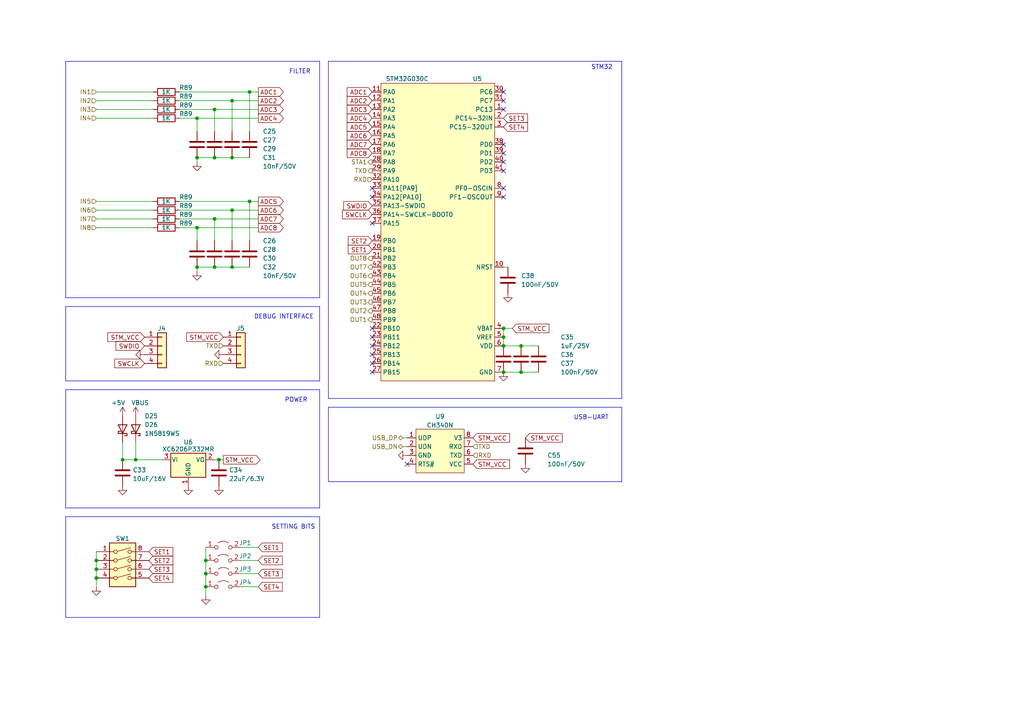
<source format=kicad_sch>
(kicad_sch (version 20230121) (generator eeschema)
  (paper "A4")
  (lib_symbols
    (symbol "Connector_Generic:Conn_01x04" (pin_names (offset 1.016) hide)
      (property "Reference" "J" (at 0 5.08 0))
      (property "Value" "Conn_01x04" (at 0 -7.62 0))
      (symbol "Conn_01x04_1_1"
        (rectangle (start -1.27 -4.953) (end 0 -5.207) (stroke (width 0.1524)))
        (rectangle (start -1.27 -2.413) (end 0 -2.667) (stroke (width 0.1524)))
        (rectangle (start -1.27 0.127) (end 0 -0.127) (stroke (width 0.1524)))
        (rectangle (start -1.27 2.667) (end 0 2.413) (stroke (width 0.1524)))
        (rectangle (start -1.27 3.81) (end 1.27 -6.35) (stroke (width 0.254)) (fill (type background)))
        (pin passive line (at -5.08 2.54 0) (length 3.81) (name "Pin_1") (number "1"))
        (pin passive line (at -5.08 0 0) (length 3.81) (name "Pin_2") (number "2"))
        (pin passive line (at -5.08 -2.54 0) (length 3.81) (name "Pin_3") (number "3"))
        (pin passive line (at -5.08 -5.08 0) (length 3.81) (name "Pin_4") (number "4"))
      )
    )
    (symbol "Device:C" (pin_numbers hide) (pin_names (offset 0.254))
      (property "Reference" "C" (at 0.635 2.54 0))
      (property "Value" "C" (at 0.635 -2.54 0))
      (symbol "C_0_1"
        (polyline (pts (xy -2.032 -0.762) (xy 2.032 -0.762)) (stroke (width 0.508)))
        (polyline (pts (xy -2.032 0.762) (xy 2.032 0.762)) (stroke (width 0.508)))
      )
      (symbol "C_1_1"
        (pin passive line (at 0 3.81 270) (length 2.794) (name "~") (number "1"))
        (pin passive line (at 0 -3.81 90) (length 2.794) (name "~") (number "2"))
      )
    )
    (symbol "Device:R" (pin_numbers hide) (pin_names (offset 0))
      (property "Reference" "R" (at 2.032 0 90))
      (property "Value" "R" (at 0 0 90))
      (symbol "R_0_1"
        (rectangle (start -1.016 -2.54) (end 1.016 2.54) (stroke (width 0.254)))
      )
      (symbol "R_1_1"
        (pin passive line (at 0 3.81 270) (length 1.27) (name "~") (number "1"))
        (pin passive line (at 0 -3.81 90) (length 1.27) (name "~") (number "2"))
      )
    )
    (symbol "Diode:1N5819" (pin_numbers hide) (pin_names (offset 1.016) hide)
      (property "Reference" "D" (at 0 2.54 0))
      (property "Value" "1N5819" (at 0 -2.54 0))
      (symbol "1N5819_0_1"
        (polyline (pts (xy 1.27 0) (xy -1.27 0)))
        (polyline (pts (xy 1.27 1.27) (xy 1.27 -1.27) (xy -1.27 0) (xy 1.27 1.27)) (stroke (width 0.254)))
        (polyline (pts (xy -1.905 0.635) (xy -1.905 1.27) (xy -1.27 1.27) (xy -1.27 -1.27) (xy -0.635 -1.27) (xy -0.635 -0.635)) (stroke (width 0.254)))
      )
      (symbol "1N5819_1_1"
        (pin passive line (at -3.81 0 0) (length 2.54) (name "K") (number "1"))
        (pin passive line (at 3.81 0 180) (length 2.54) (name "A") (number "2"))
      )
    )
    (symbol "Jumper:Jumper_2_Open" (pin_names (offset 0) hide)
      (property "Reference" "JP" (at 0 2.794 0))
      (property "Value" "Jumper_2_Open" (at 0 -2.286 0))
      (symbol "Jumper_2_Open_0_0"
        (circle (center -2.032 0) (radius 0.508))
        (circle (center 2.032 0) (radius 0.508))
      )
      (symbol "Jumper_2_Open_0_1"
        (arc (start 1.524 1.27) (mid 0 1.778) (end -1.524 1.27))
      )
      (symbol "Jumper_2_Open_1_1"
        (pin passive line (at -5.08 0 0) (length 2.54) (name "A") (number "1"))
        (pin passive line (at 5.08 0 180) (length 2.54) (name "B") (number "2"))
      )
    )
    (symbol "NewLib:CH340N"
      (property "Reference" "U" (at 15.24 3.81 0))
      (property "Value" "CH340N" (at 6.35 3.81 0))
      (symbol "CH340N_0_1"
        (rectangle (start 2.54 -10.16) (end 16.51 2.54) (stroke (width 0.1524)) (fill (type background)))
      )
      (symbol "CH340N_1_1"
        (pin passive line (at 0 0 0) (length 2.54) (name "UDP") (number "1"))
        (pin passive line (at 0 -2.54 0) (length 2.54) (name "UDN") (number "2"))
        (pin passive line (at 0 -5.08 0) (length 2.54) (name "GND") (number "3"))
        (pin passive line (at 0 -7.62 0) (length 2.54) (name "RTS#") (number "4"))
        (pin passive line (at 19.05 -7.62 180) (length 2.54) (name "VCC") (number "5"))
        (pin passive line (at 19.05 -5.08 180) (length 2.54) (name "TXD") (number "6"))
        (pin passive line (at 19.05 -2.54 180) (length 2.54) (name "RXD") (number "7"))
        (pin passive line (at 19.05 0 180) (length 2.54) (name "V3") (number "8"))
      )
    )
    (symbol "NewLib:STM32G030C"
      (property "Reference" "U" (at 33.02 3.81 0))
      (property "Value" "STM32G030C" (at 8.89 3.81 0))
      (symbol "STM32G030C_0_1"
        (rectangle (start 2.54 2.54) (end 35.56 -83.82) (stroke (width 0.1524)) (fill (type background)))
      )
      (symbol "STM32G030C_1_1"
        (pin passive line (at 38.1 -5.08 180) (length 2.54) (name "PC13") (number "1"))
        (pin passive line (at 38.1 -50.8 180) (length 2.54) (name "NRST") (number "10"))
        (pin passive line (at 0 0 0) (length 2.54) (name "PA0") (number "11"))
        (pin passive line (at 0 -2.54 0) (length 2.54) (name "PA1") (number "12"))
        (pin passive line (at 0 -5.08 0) (length 2.54) (name "PA2") (number "13"))
        (pin passive line (at 0 -7.62 0) (length 2.54) (name "PA3") (number "14"))
        (pin passive line (at 0 -10.16 0) (length 2.54) (name "PA4") (number "15"))
        (pin passive line (at 0 -12.7 0) (length 2.54) (name "PA5") (number "16"))
        (pin passive line (at 0 -15.24 0) (length 2.54) (name "PA6") (number "17"))
        (pin passive line (at 0 -17.78 0) (length 2.54) (name "PA7") (number "18"))
        (pin passive line (at 0 -43.18 0) (length 2.54) (name "PB0") (number "19"))
        (pin passive line (at 38.1 -7.62 180) (length 2.54) (name "PC14-32IN") (number "2"))
        (pin passive line (at 0 -45.72 0) (length 2.54) (name "PB1") (number "20"))
        (pin passive line (at 0 -48.26 0) (length 2.54) (name "PB2") (number "21"))
        (pin passive line (at 0 -68.58 0) (length 2.54) (name "PB10") (number "22"))
        (pin passive line (at 0 -71.12 0) (length 2.54) (name "PB11") (number "23"))
        (pin passive line (at 0 -73.66 0) (length 2.54) (name "PB12") (number "24"))
        (pin passive line (at 0 -76.2 0) (length 2.54) (name "PB13") (number "25"))
        (pin passive line (at 0 -78.74 0) (length 2.54) (name "PB14") (number "26"))
        (pin passive line (at 0 -81.28 0) (length 2.54) (name "PB15") (number "27"))
        (pin passive line (at 0 -20.32 0) (length 2.54) (name "PA8") (number "28"))
        (pin passive line (at 0 -22.86 0) (length 2.54) (name "PA9") (number "29"))
        (pin passive line (at 38.1 -10.16 180) (length 2.54) (name "PC15-32OUT") (number "3"))
        (pin passive line (at 38.1 0 180) (length 2.54) (name "PC6") (number "30"))
        (pin passive line (at 38.1 -2.54 180) (length 2.54) (name "PC7") (number "31"))
        (pin passive line (at 0 -25.4 0) (length 2.54) (name "PA10") (number "32"))
        (pin passive line (at 0 -27.94 0) (length 2.54) (name "PA11[PA9]") (number "33"))
        (pin passive line (at 0 -30.48 0) (length 2.54) (name "PA12[PA10]") (number "34"))
        (pin passive line (at 0 -33.02 0) (length 2.54) (name "PA13-SWDIO") (number "35"))
        (pin passive line (at 0 -35.56 0) (length 2.54) (name "PA14-SWCLK-BOOT0") (number "36"))
        (pin passive line (at 0 -38.1 0) (length 2.54) (name "PA15") (number "37"))
        (pin passive line (at 38.1 -15.24 180) (length 2.54) (name "PD0") (number "38"))
        (pin passive line (at 38.1 -17.78 180) (length 2.54) (name "PD1") (number "39"))
        (pin passive line (at 38.1 -68.58 180) (length 2.54) (name "VBAT") (number "4"))
        (pin passive line (at 38.1 -20.32 180) (length 2.54) (name "PD2") (number "40"))
        (pin passive line (at 38.1 -22.86 180) (length 2.54) (name "PD3") (number "41"))
        (pin passive line (at 0 -50.8 0) (length 2.54) (name "PB3") (number "42"))
        (pin passive line (at 0 -53.34 0) (length 2.54) (name "PB4") (number "43"))
        (pin passive line (at 0 -55.88 0) (length 2.54) (name "PB5") (number "44"))
        (pin passive line (at 0 -58.42 0) (length 2.54) (name "PB6") (number "45"))
        (pin passive line (at 0 -60.96 0) (length 2.54) (name "PB7") (number "46"))
        (pin passive line (at 0 -63.5 0) (length 2.54) (name "PB8") (number "47"))
        (pin passive line (at 0 -66.04 0) (length 2.54) (name "PB9") (number "48"))
        (pin passive line (at 38.1 -71.12 180) (length 2.54) (name "VREF") (number "5"))
        (pin passive line (at 38.1 -73.66 180) (length 2.54) (name "VDD") (number "6"))
        (pin passive line (at 38.1 -81.28 180) (length 2.54) (name "GND") (number "7"))
        (pin passive line (at 38.1 -27.94 180) (length 2.54) (name "PF0-OSCIN") (number "8"))
        (pin passive line (at 38.1 -30.48 180) (length 2.54) (name "PF1-OSCOUT") (number "9"))
      )
    )
    (symbol "Regulator_Linear:XC6206PxxxMR" (pin_names (offset 0.254))
      (property "Reference" "U" (at -3.81 3.175 0))
      (property "Value" "XC6206PxxxMR" (at 0 3.175 0))
      (symbol "XC6206PxxxMR_0_1"
        (rectangle (start -5.08 1.905) (end 5.08 -5.08) (stroke (width 0.254)) (fill (type background)))
      )
      (symbol "XC6206PxxxMR_1_1"
        (pin power_in line (at 0 -7.62 90) (length 2.54) (name "GND") (number "1"))
        (pin power_out line (at 7.62 0 180) (length 2.54) (name "VO") (number "2"))
        (pin power_in line (at -7.62 0 0) (length 2.54) (name "VI") (number "3"))
      )
    )
    (symbol "Switch:SW_DIP_x04" (pin_names (offset 0) hide)
      (property "Reference" "SW" (at 0 8.89 0))
      (property "Value" "SW_DIP_x04" (at 0 -6.35 0))
      (symbol "SW_DIP_x04_0_0"
        (circle (center -2.032 -2.54) (radius 0.508))
        (circle (center -2.032 0) (radius 0.508))
        (circle (center -2.032 2.54) (radius 0.508))
        (circle (center -2.032 5.08) (radius 0.508))
        (polyline (pts (xy -1.524 -2.3876) (xy 2.3622 -1.3462)))
        (polyline (pts (xy -1.524 0.127) (xy 2.3622 1.1684)))
        (polyline (pts (xy -1.524 2.667) (xy 2.3622 3.7084)))
        (polyline (pts (xy -1.524 5.207) (xy 2.3622 6.2484)))
        (circle (center 2.032 -2.54) (radius 0.508))
        (circle (center 2.032 0) (radius 0.508))
        (circle (center 2.032 2.54) (radius 0.508))
        (circle (center 2.032 5.08) (radius 0.508))
      )
      (symbol "SW_DIP_x04_0_1"
        (rectangle (start -3.81 7.62) (end 3.81 -5.08) (stroke (width 0.254)) (fill (type background)))
      )
      (symbol "SW_DIP_x04_1_1"
        (pin passive line (at -7.62 5.08 0) (length 5.08) (name "~") (number "1"))
        (pin passive line (at -7.62 2.54 0) (length 5.08) (name "~") (number "2"))
        (pin passive line (at -7.62 0 0) (length 5.08) (name "~") (number "3"))
        (pin passive line (at -7.62 -2.54 0) (length 5.08) (name "~") (number "4"))
        (pin passive line (at 7.62 -2.54 180) (length 5.08) (name "~") (number "5"))
        (pin passive line (at 7.62 0 180) (length 5.08) (name "~") (number "6"))
        (pin passive line (at 7.62 2.54 180) (length 5.08) (name "~") (number "7"))
        (pin passive line (at 7.62 5.08 180) (length 5.08) (name "~") (number "8"))
      )
    )
    (symbol "power:+5V" (power) (pin_names (offset 0))
      (property "Value" "+5V" (at 0 3.556 0))
      (symbol "+5V_0_1"
        (polyline (pts (xy -0.762 1.27) (xy 0 2.54)))
        (polyline (pts (xy 0 0) (xy 0 2.54)))
        (polyline (pts (xy 0 2.54) (xy 0.762 1.27)))
      )
      (symbol "+5V_1_1"
        (pin power_in line (at 0 0 90) (length 0) hide (name "+5V") (number "1"))
      )
    )
    (symbol "power:GND" (power) (pin_names (offset 0))
      (property "Value" "GND" (at 0 -3.81 0))
      (symbol "GND_0_1"
        (polyline (pts (xy 0 0) (xy 0 -1.27) (xy 1.27 -1.27) (xy 0 -2.54) (xy -1.27 -1.27) (xy 0 -1.27)))
      )
      (symbol "GND_1_1"
        (pin power_in line (at 0 0 270) (length 0) hide (name "GND") (number "1"))
      )
    )
    (symbol "power:VBUS" (power) (pin_names (offset 0))
      (property "Value" "VBUS" (at 0 3.81 0))
      (symbol "VBUS_0_1"
        (polyline (pts (xy -0.762 1.27) (xy 0 2.54)))
        (polyline (pts (xy 0 0) (xy 0 2.54)))
        (polyline (pts (xy 0 2.54) (xy 0.762 1.27)))
      )
      (symbol "VBUS_1_1"
        (pin power_in line (at 0 0 90) (length 0) hide (name "VBUS") (number "1"))
      )
    )
  )
  (junction (at 151.13 107.95))
  (junction (at 63.5 133.35))
  (junction (at 27.94 167.64))
  (junction (at 67.31 45.72))
  (junction (at 146.05 107.95))
  (junction (at 57.15 34.29))
  (junction (at 57.15 66.04))
  (junction (at 67.31 29.21))
  (junction (at 59.69 166.37))
  (junction (at 72.39 26.67))
  (junction (at 146.05 100.33))
  (junction (at 27.94 165.1))
  (junction (at 72.39 58.42))
  (junction (at 62.23 31.75))
  (junction (at 146.05 95.25))
  (junction (at 62.23 63.5))
  (junction (at 62.23 45.72))
  (junction (at 59.69 170.18))
  (junction (at 39.37 133.35))
  (junction (at 67.31 60.96))
  (junction (at 67.31 77.47))
  (junction (at 27.94 162.56))
  (junction (at 62.23 77.47))
  (junction (at 35.56 133.35))
  (junction (at 57.15 77.47))
  (junction (at 146.05 97.79))
  (junction (at 59.69 162.56))
  (junction (at 151.13 100.33))
  (junction (at 57.15 45.72))
  (no_connect (at 118.11 134.62))
  (no_connect (at 107.95 95.25))
  (no_connect (at 107.95 97.79))
  (no_connect (at 107.95 100.33))
  (no_connect (at 107.95 102.87))
  (no_connect (at 107.95 107.95))
  (no_connect (at 107.95 105.41))
  (no_connect (at 107.95 57.15))
  (no_connect (at 107.95 64.77))
  (no_connect (at 146.05 57.15))
  (no_connect (at 146.05 44.45))
  (no_connect (at 146.05 41.91))
  (no_connect (at 107.95 54.61))
  (no_connect (at 146.05 26.67))
  (no_connect (at 146.05 29.21))
  (no_connect (at 146.05 31.75))
  (no_connect (at 146.05 54.61))
  (no_connect (at 146.05 46.99))
  (no_connect (at 146.05 49.53))
  (polyline (pts (xy 92.71 149.86) (xy 92.71 179.07)))
  (wire (pts (xy 62.23 45.72) (xy 67.31 45.72)))
  (wire (pts (xy 72.39 58.42) (xy 74.93 58.42)))
  (wire (pts (xy 52.07 58.42) (xy 72.39 58.42)))
  (polyline (pts (xy 19.05 113.03) (xy 19.05 147.32)))
  (wire (pts (xy 57.15 34.29) (xy 57.15 38.1)))
  (wire (pts (xy 27.94 31.75) (xy 44.45 31.75)))
  (wire (pts (xy 62.23 38.1) (xy 62.23 31.75)))
  (wire (pts (xy 27.94 63.5) (xy 44.45 63.5)))
  (wire (pts (xy 67.31 29.21) (xy 74.93 29.21)))
  (wire (pts (xy 52.07 29.21) (xy 67.31 29.21)))
  (wire (pts (xy 59.69 158.75) (xy 59.69 162.56)))
  (wire (pts (xy 74.93 162.56) (xy 69.85 162.56)))
  (wire (pts (xy 27.94 162.56) (xy 27.94 165.1)))
  (wire (pts (xy 59.69 162.56) (xy 59.69 166.37)))
  (polyline (pts (xy 92.71 86.36) (xy 92.71 17.78)))
  (wire (pts (xy 146.05 107.95) (xy 151.13 107.95)))
  (wire (pts (xy 57.15 77.47) (xy 62.23 77.47)))
  (wire (pts (xy 27.94 29.21) (xy 44.45 29.21)))
  (wire (pts (xy 74.93 170.18) (xy 69.85 170.18)))
  (wire (pts (xy 52.07 66.04) (xy 57.15 66.04)))
  (wire (pts (xy 52.07 26.67) (xy 72.39 26.67)))
  (wire (pts (xy 147.32 77.47) (xy 146.05 77.47)))
  (wire (pts (xy 151.13 100.33) (xy 156.21 100.33)))
  (polyline (pts (xy 95.25 139.7) (xy 95.25 118.11)))
  (wire (pts (xy 52.07 31.75) (xy 62.23 31.75)))
  (polyline (pts (xy 92.71 147.32) (xy 92.71 113.03)))
  (wire (pts (xy 35.56 133.35) (xy 39.37 133.35)))
  (wire (pts (xy 52.07 60.96) (xy 67.31 60.96)))
  (polyline (pts (xy 19.05 149.86) (xy 92.71 149.86)))
  (wire (pts (xy 39.37 128.27) (xy 39.37 133.35)))
  (wire (pts (xy 62.23 63.5) (xy 74.93 63.5)))
  (polyline (pts (xy 95.25 118.11) (xy 180.34 118.11)))
  (wire (pts (xy 74.93 166.37) (xy 69.85 166.37)))
  (polyline (pts (xy 19.05 110.49) (xy 92.71 110.49)))
  (polyline (pts (xy 19.05 113.03) (xy 92.71 113.03)))
  (wire (pts (xy 59.69 170.18) (xy 59.69 172.72)))
  (polyline (pts (xy 19.05 86.36) (xy 92.71 86.36)))
  (wire (pts (xy 151.13 107.95) (xy 156.21 107.95)))
  (wire (pts (xy 57.15 45.72) (xy 62.23 45.72)))
  (polyline (pts (xy 95.25 115.57) (xy 180.34 115.57)))
  (wire (pts (xy 62.23 77.47) (xy 67.31 77.47)))
  (wire (pts (xy 27.94 165.1) (xy 27.94 167.64)))
  (wire (pts (xy 116.84 127) (xy 118.11 127)))
  (wire (pts (xy 67.31 77.47) (xy 72.39 77.47)))
  (wire (pts (xy 67.31 60.96) (xy 74.93 60.96)))
  (polyline (pts (xy 92.71 110.49) (xy 92.71 88.9)))
  (polyline (pts (xy 19.05 147.32) (xy 92.71 147.32)))
  (wire (pts (xy 57.15 78.74) (xy 57.15 77.47)))
  (wire (pts (xy 52.07 34.29) (xy 57.15 34.29)))
  (wire (pts (xy 146.05 95.25) (xy 148.59 95.25)))
  (wire (pts (xy 27.94 66.04) (xy 44.45 66.04)))
  (wire (pts (xy 62.23 31.75) (xy 74.93 31.75)))
  (wire (pts (xy 146.05 95.25) (xy 146.05 97.79)))
  (polyline (pts (xy 95.25 17.78) (xy 95.25 115.57)))
  (wire (pts (xy 27.94 26.67) (xy 44.45 26.67)))
  (wire (pts (xy 27.94 34.29) (xy 44.45 34.29)))
  (polyline (pts (xy 19.05 88.9) (xy 92.71 88.9)))
  (polyline (pts (xy 92.71 179.07) (xy 19.05 179.07)))
  (wire (pts (xy 27.94 60.96) (xy 44.45 60.96)))
  (wire (pts (xy 67.31 60.96) (xy 67.31 69.85)))
  (wire (pts (xy 67.31 29.21) (xy 67.31 38.1)))
  (polyline (pts (xy 19.05 17.78) (xy 19.05 86.36)))
  (wire (pts (xy 27.94 58.42) (xy 44.45 58.42)))
  (wire (pts (xy 62.23 69.85) (xy 62.23 63.5)))
  (wire (pts (xy 146.05 97.79) (xy 146.05 100.33)))
  (wire (pts (xy 146.05 100.33) (xy 151.13 100.33)))
  (wire (pts (xy 57.15 34.29) (xy 74.93 34.29)))
  (wire (pts (xy 57.15 66.04) (xy 74.93 66.04)))
  (wire (pts (xy 62.23 133.35) (xy 63.5 133.35)))
  (wire (pts (xy 72.39 26.67) (xy 72.39 38.1)))
  (wire (pts (xy 116.84 129.54) (xy 118.11 129.54)))
  (wire (pts (xy 72.39 58.42) (xy 72.39 69.85)))
  (polyline (pts (xy 92.71 17.78) (xy 19.05 17.78)))
  (polyline (pts (xy 19.05 149.86) (xy 19.05 179.07)))
  (polyline (pts (xy 180.34 118.11) (xy 180.34 139.7)))
  (wire (pts (xy 27.94 160.02) (xy 27.94 162.56)))
  (wire (pts (xy 72.39 26.67) (xy 74.93 26.67)))
  (polyline (pts (xy 19.05 88.9) (xy 19.05 110.49)))
  (polyline (pts (xy 180.34 17.78) (xy 95.25 17.78)))
  (polyline (pts (xy 180.34 139.7) (xy 95.25 139.7)))
  (wire (pts (xy 35.56 128.27) (xy 35.56 133.35)))
  (wire (pts (xy 57.15 46.99) (xy 57.15 45.72)))
  (wire (pts (xy 52.07 63.5) (xy 62.23 63.5)))
  (wire (pts (xy 63.5 133.35) (xy 64.77 133.35)))
  (wire (pts (xy 57.15 66.04) (xy 57.15 69.85)))
  (polyline (pts (xy 180.34 115.57) (xy 180.34 17.78)))
  (wire (pts (xy 39.37 133.35) (xy 46.99 133.35)))
  (wire (pts (xy 27.94 167.64) (xy 27.94 170.18)))
  (wire (pts (xy 59.69 166.37) (xy 59.69 170.18)))
  (wire (pts (xy 67.31 45.72) (xy 72.39 45.72)))
  (wire (pts (xy 74.93 158.75) (xy 69.85 158.75)))
  (text "USB-UART" (at 166.37 121.92 0) (effects (font (size 1.27 1.27)) (justify left bottom)))
  (text "FILTER" (at 83.82 21.59 0) (effects (font (size 1.27 1.27)) (justify left bottom)))
  (text "SETTING BITS" (at 78.74 153.67 0) (effects (font (size 1.27 1.27)) (justify left bottom)))
  (text "DEBUG INTERFACE" (at 73.66 92.71 0) (effects (font (size 1.27 1.27)) (justify left bottom)))
  (text "STM32" (at 171.45 20.32 0) (effects (font (size 1.27 1.27)) (justify left bottom)))
  (text "POWER" (at 82.55 116.84 0) (effects (font (size 1.27 1.27)) (justify left bottom)))
  (global_label "STM_VCC" (shape input) (at 41.91 97.79 180) (property "Intersheetrefs" "${INTERSHEET_REFS}" (effects hide)))
  (global_label "ADC8" (shape input) (at 107.95 44.45 180) (property "Intersheetrefs" "${INTERSHEET_REFS}" (effects hide)))
  (global_label "SET3" (shape input) (at 43.18 165.1 0) (property "Intersheetrefs" "${INTERSHEET_REFS}" (effects hide)))
  (global_label "ADC3" (shape output) (at 74.93 31.75 0) (property "Intersheetrefs" "${INTERSHEET_REFS}" (effects hide)))
  (global_label "ADC4" (shape input) (at 107.95 34.29 180) (property "Intersheetrefs" "${INTERSHEET_REFS}" (effects hide)))
  (global_label "SET4" (shape input) (at 146.05 36.83 0) (property "Intersheetrefs" "${INTERSHEET_REFS}" (effects hide)))
  (global_label "ADC6" (shape input) (at 107.95 39.37 180) (property "Intersheetrefs" "${INTERSHEET_REFS}" (effects hide)))
  (global_label "SWDIO" (shape input) (at 41.91 100.33 180) (property "Intersheetrefs" "${INTERSHEET_REFS}" (effects hide)))
  (global_label "ADC8" (shape output) (at 74.93 66.04 0) (property "Intersheetrefs" "${INTERSHEET_REFS}" (effects hide)))
  (global_label "SET4" (shape input) (at 43.18 167.64 0) (property "Intersheetrefs" "${INTERSHEET_REFS}" (effects hide)))
  (global_label "STM_VCC" (shape output) (at 64.77 133.35 0) (property "Intersheetrefs" "${INTERSHEET_REFS}" (effects hide)))
  (global_label "STM_VCC" (shape input) (at 137.16 127 0) (property "Intersheetrefs" "${INTERSHEET_REFS}" (effects hide)))
  (global_label "STM_VCC" (shape input) (at 148.59 95.25 0) (property "Intersheetrefs" "${INTERSHEET_REFS}" (effects hide)))
  (global_label "ADC4" (shape output) (at 74.93 34.29 0) (property "Intersheetrefs" "${INTERSHEET_REFS}" (effects hide)))
  (global_label "ADC5" (shape output) (at 74.93 58.42 0) (property "Intersheetrefs" "${INTERSHEET_REFS}" (effects hide)))
  (global_label "SET1" (shape input) (at 43.18 160.02 0) (property "Intersheetrefs" "${INTERSHEET_REFS}" (effects hide)))
  (global_label "SWDIO" (shape input) (at 107.95 59.69 180) (property "Intersheetrefs" "${INTERSHEET_REFS}" (effects hide)))
  (global_label "SET1" (shape input) (at 107.95 72.39 180) (property "Intersheetrefs" "${INTERSHEET_REFS}" (effects hide)))
  (global_label "ADC7" (shape output) (at 74.93 63.5 0) (property "Intersheetrefs" "${INTERSHEET_REFS}" (effects hide)))
  (global_label "SET2" (shape input) (at 74.93 162.56 0) (property "Intersheetrefs" "${INTERSHEET_REFS}" (effects hide)))
  (global_label "SET3" (shape input) (at 146.05 34.29 0) (property "Intersheetrefs" "${INTERSHEET_REFS}" (effects hide)))
  (global_label "STM_VCC" (shape input) (at 64.77 97.79 180) (property "Intersheetrefs" "${INTERSHEET_REFS}" (effects hide)))
  (global_label "ADC2" (shape input) (at 107.95 29.21 180) (property "Intersheetrefs" "${INTERSHEET_REFS}" (effects hide)))
  (global_label "ADC6" (shape output) (at 74.93 60.96 0) (property "Intersheetrefs" "${INTERSHEET_REFS}" (effects hide)))
  (global_label "SET2" (shape input) (at 107.95 69.85 180) (property "Intersheetrefs" "${INTERSHEET_REFS}" (effects hide)))
  (global_label "ADC2" (shape output) (at 74.93 29.21 0) (property "Intersheetrefs" "${INTERSHEET_REFS}" (effects hide)))
  (global_label "SWCLK" (shape input) (at 107.95 62.23 180) (property "Intersheetrefs" "${INTERSHEET_REFS}" (effects hide)))
  (global_label "STM_VCC" (shape input) (at 152.4 127 0) (property "Intersheetrefs" "${INTERSHEET_REFS}" (effects hide)))
  (global_label "SET3" (shape input) (at 74.93 166.37 0) (property "Intersheetrefs" "${INTERSHEET_REFS}" (effects hide)))
  (global_label "ADC3" (shape input) (at 107.95 31.75 180) (property "Intersheetrefs" "${INTERSHEET_REFS}" (effects hide)))
  (global_label "SET2" (shape input) (at 43.18 162.56 0) (property "Intersheetrefs" "${INTERSHEET_REFS}" (effects hide)))
  (global_label "ADC1" (shape input) (at 107.95 26.67 180) (property "Intersheetrefs" "${INTERSHEET_REFS}" (effects hide)))
  (global_label "SET4" (shape input) (at 74.93 170.18 0) (property "Intersheetrefs" "${INTERSHEET_REFS}" (effects hide)))
  (global_label "SET1" (shape input) (at 74.93 158.75 0) (property "Intersheetrefs" "${INTERSHEET_REFS}" (effects hide)))
  (global_label "SWCLK" (shape input) (at 41.91 105.41 180) (property "Intersheetrefs" "${INTERSHEET_REFS}" (effects hide)))
  (global_label "STM_VCC" (shape input) (at 137.16 134.62 0) (property "Intersheetrefs" "${INTERSHEET_REFS}" (effects hide)))
  (global_label "ADC7" (shape input) (at 107.95 41.91 180) (property "Intersheetrefs" "${INTERSHEET_REFS}" (effects hide)))
  (global_label "ADC1" (shape output) (at 74.93 26.67 0) (property "Intersheetrefs" "${INTERSHEET_REFS}" (effects hide)))
  (global_label "ADC5" (shape input) (at 107.95 36.83 180) (property "Intersheetrefs" "${INTERSHEET_REFS}" (effects hide)))
  (hierarchical_label "USB_DN" (shape bidirectional) (at 116.84 129.54 180))
  (hierarchical_label "OUT3" (shape output) (at 107.95 87.63 180))
  (hierarchical_label "IN8" (shape input) (at 27.94 66.04 180))
  (hierarchical_label "IN7" (shape input) (at 27.94 63.5 180))
  (hierarchical_label "RXD" (shape input) (at 137.16 132.08 0))
  (hierarchical_label "IN1" (shape input) (at 27.94 26.67 180))
  (hierarchical_label "IN2" (shape input) (at 27.94 29.21 180))
  (hierarchical_label "STA1" (shape output) (at 107.95 46.99 180))
  (hierarchical_label "OUT1" (shape output) (at 107.95 92.71 180))
  (hierarchical_label "OUT4" (shape output) (at 107.95 85.09 180))
  (hierarchical_label "OUT6" (shape output) (at 107.95 80.01 180))
  (hierarchical_label "IN6" (shape input) (at 27.94 60.96 180))
  (hierarchical_label "IN4" (shape input) (at 27.94 34.29 180))
  (hierarchical_label "TXD" (shape input) (at 137.16 129.54 0))
  (hierarchical_label "TXD" (shape output) (at 107.95 49.53 180))
  (hierarchical_label "IN5" (shape input) (at 27.94 58.42 180))
  (hierarchical_label "USB_DP" (shape bidirectional) (at 116.84 127 180))
  (hierarchical_label "OUT2" (shape output) (at 107.95 90.17 180))
  (hierarchical_label "RXD" (shape input) (at 64.77 105.41 180))
  (hierarchical_label "IN3" (shape input) (at 27.94 31.75 180))
  (hierarchical_label "RXD" (shape input) (at 107.95 52.07 180))
  (hierarchical_label "TXD" (shape input) (at 64.77 100.33 180))
  (hierarchical_label "OUT7" (shape output) (at 107.95 77.47 180))
  (hierarchical_label "OUT8" (shape output) (at 107.95 74.93 180))
  (hierarchical_label "OUT5" (shape output) (at 107.95 82.55 180))
  (symbol (lib_id "Device:C") (at 62.23 41.91 0) (unit 1)
    (property "Reference" "C27" (at 76.2 40.6369 0) (effects (justify left)))
    (property "Value" "10nF/50V" (effects hide))
    (property "Footprint" "Capacitor_SMD:C_0603_1608Metric" (effects hide))
  )
  (symbol (lib_id "Device:C") (at 72.39 41.91 0) (unit 1)
    (property "Reference" "C31" (at 76.2 45.7169 0) (effects (justify left)))
    (property "Value" "10nF/50V" (at 76.2 48.2569 0) (effects (justify left)))
    (property "Footprint" "Capacitor_SMD:C_0603_1608Metric" (effects hide))
  )
  (symbol (lib_id "power:+5V") (at 35.56 120.65 0) (unit 1)
    (property "Reference" "#PWR074" (effects hide))
    (property "Value" "+5V" (at 34.29 116.84 0))
  )
  (symbol (lib_id "Jumper:Jumper_2_Open") (at 64.77 166.37 0) (unit 1) (in_bom no)
    (property "Reference" "JP3" (at 71.12 165.1 0))
    (property "Value" "Jumper_2_Open" (effects hide))
    (property "Footprint" "NewLib:JP_0603" (effects hide))
  )
  (symbol (lib_id "power:GND") (at 152.4 134.62 0) (unit 1)
    (property "Reference" "#PWR0105" (effects hide))
    (property "Value" "GND" (effects hide))
  )
  (symbol (lib_id "Device:R") (at 48.26 63.5 90) (unit 1)
    (property "Reference" "R89" (at 55.88 62.23 90) (effects (justify left)))
    (property "Value" "1K" (at 49.53 63.5 90) (effects (justify left)))
    (property "Footprint" "Resistor_SMD:R_0603_1608Metric" (effects hide))
    (instances (project "new_io" (path "" (reference "R89") (unit 1)) (path "" (reference "R96") (unit 1))))
  )
  (symbol (lib_id "NewLib:CH340N") (at 118.11 127 0) (unit 1)
    (property "Reference" "U9" (at 127.635 120.811 0))
    (property "Value" "CH340N" (at 127.635 123.3479 0))
    (property "Footprint" "Package_SO:SOIC-8_3.9x4.9mm_P1.27mm" (effects hide))
  )
  (symbol (lib_id "power:GND") (at 64.77 102.87 270) (unit 1)
    (property "Reference" "#PWR083" (effects hide))
    (property "Value" "GND" (effects hide))
  )
  (symbol (lib_id "Device:R") (at 48.26 58.42 90) (unit 1)
    (property "Reference" "R89" (at 55.88 57.15 90) (effects (justify left)))
    (property "Value" "1K" (at 49.53 58.42 90) (effects (justify left)))
    (property "Footprint" "Resistor_SMD:R_0603_1608Metric" (effects hide))
    (instances (project "new_io" (path "" (reference "R89") (unit 1)) (path "" (reference "R94") (unit 1))))
  )
  (symbol (lib_id "power:GND") (at 27.94 170.18 0) (unit 1)
    (property "Reference" "#PWR080" (effects hide))
    (property "Value" "GND" (effects hide))
  )
  (symbol (lib_id "power:GND") (at 57.15 46.99 0) (unit 1)
    (property "Reference" "#PWR072" (effects hide))
    (property "Value" "GND" (effects hide))
  )
  (symbol (lib_id "Connector_Generic:Conn_01x04") (at 46.99 100.33 0) (unit 1)
    (property "Reference" "J4" (at 45.72 95.25 0) (effects (justify left)))
    (property "Value" "Conn_01x04" (effects hide))
    (property "Footprint" "Connector_PinSocket_2.00mm:PinSocket_1x04_P2.00mm_Vertical" (effects hide))
  )
  (symbol (lib_id "Device:C") (at 57.15 73.66 0) (unit 1)
    (property "Reference" "C26" (at 76.2 69.85 0) (effects (justify left)))
    (property "Value" "10nF/50V" (effects hide))
    (property "Footprint" "Capacitor_SMD:C_0603_1608Metric" (effects hide))
  )
  (symbol (lib_id "Device:C") (at 35.56 137.16 0) (unit 1)
    (property "Reference" "C33" (at 38.481 136.3253 0) (effects (justify left)))
    (property "Value" "10uF/16V" (at 38.481 138.8622 0) (effects (justify left)))
    (property "Footprint" "Capacitor_SMD:C_0603_1608Metric" (effects hide))
  )
  (symbol (lib_id "Device:R") (at 48.26 34.29 90) (unit 1)
    (property "Reference" "R89" (at 55.88 33.02 90) (effects (justify left)))
    (property "Value" "1K" (at 49.53 34.29 90) (effects (justify left)))
    (property "Footprint" "Resistor_SMD:R_0603_1608Metric" (effects hide))
    (instances (project "new_io" (path "" (reference "R89") (unit 1)) (path "" (reference "R93") (unit 1))))
  )
  (symbol (lib_id "Switch:SW_DIP_x04") (at 35.56 165.1 0) (unit 1)
    (property "Reference" "SW1" (at 35.56 156.21 0))
    (property "Value" "SW_DIP_x04" (effects hide))
    (property "Footprint" "Button_Switch_SMD:SW_DIP_SPSTx04_Slide_Copal_CHS-04B_W7.62mm_P1.27mm" (effects hide))
  )
  (symbol (lib_id "Device:C") (at 147.32 81.28 0) (unit 1)
    (property "Reference" "C38" (at 151.13 80.01 0) (effects (justify left)))
    (property "Value" "100nF/50V" (at 151.13 82.55 0) (effects (justify left)))
    (property "Footprint" "Capacitor_SMD:C_0402_1005Metric" (effects hide))
  )
  (symbol (lib_id "Device:C") (at 146.05 104.14 0) (unit 1)
    (property "Reference" "C35" (at 162.56 97.79 0) (effects (justify left)))
    (property "Value" "1uF/25V" (at 162.56 100.33 0) (effects (justify left)))
    (property "Footprint" "Capacitor_SMD:C_0402_1005Metric" (effects hide))
  )
  (symbol (lib_id "Diode:1N5819") (at 35.56 124.46 270) (mirror x) (unit 1)
    (property "Reference" "D25" (at 41.91 120.65 90) (effects (justify left)))
    (property "Value" "1N5819WS" (effects hide))
    (property "Footprint" "NewLib:SOD_323_1" (effects hide))
    (property "Datasheet" "http://www.vishay.com/docs/88525/1n5817.pdf" (effects hide))
  )
  (symbol (lib_id "power:GND") (at 57.15 78.74 0) (unit 1)
    (property "Reference" "#PWR073" (effects hide))
    (property "Value" "GND" (effects hide))
  )
  (symbol (lib_id "Device:R") (at 48.26 26.67 90) (unit 1)
    (property "Reference" "R89" (at 55.88 25.4 90) (effects (justify left)))
    (property "Value" "1K" (at 49.53 26.67 90) (effects (justify left)))
    (property "Footprint" "Resistor_SMD:R_0603_1608Metric" (effects hide))
    (instances (project "new_io" (path "" (reference "R89") (unit 1)) (path "" (reference "R90") (unit 1))))
  )
  (symbol (lib_id "Device:R") (at 48.26 29.21 90) (unit 1)
    (property "Reference" "R89" (at 55.88 27.94 90) (effects (justify left)))
    (property "Value" "1K" (at 49.53 29.21 90) (effects (justify left)))
    (property "Footprint" "Resistor_SMD:R_0603_1608Metric" (effects hide))
    (instances (project "new_io" (path "" (reference "R89") (unit 1)) (path "" (reference "R91") (unit 1))))
  )
  (symbol (lib_id "power:GND") (at 59.69 172.72 0) (unit 1)
    (property "Reference" "#PWR082" (effects hide))
    (property "Value" "GND" (effects hide))
  )
  (symbol (lib_id "Device:C") (at 72.39 73.66 0) (unit 1)
    (property "Reference" "C32" (at 76.2 77.4669 0) (effects (justify left)))
    (property "Value" "10nF/50V" (at 76.2 80.0069 0) (effects (justify left)))
    (property "Footprint" "Capacitor_SMD:C_0603_1608Metric" (effects hide))
  )
  (symbol (lib_id "power:GND") (at 146.05 107.95 0) (unit 1)
    (property "Reference" "#PWR079" (effects hide))
    (property "Value" "GND" (effects hide))
  )
  (symbol (lib_id "Diode:1N5819") (at 39.37 124.46 270) (mirror x) (unit 1)
    (property "Reference" "D26" (at 41.91 123.19 90) (effects (justify left)))
    (property "Value" "1N5819WS" (at 41.91 125.73 90) (effects (justify left)))
    (property "Footprint" "NewLib:SOD_323_1" (effects hide))
    (property "Datasheet" "http://www.vishay.com/docs/88525/1n5817.pdf" (effects hide))
  )
  (symbol (lib_id "Connector_Generic:Conn_01x04") (at 69.85 100.33 0) (unit 1)
    (property "Reference" "J5" (at 68.58 95.25 0) (effects (justify left)))
    (property "Value" "Conn_01x04" (effects hide))
    (property "Footprint" "Connector_PinSocket_2.00mm:PinSocket_1x04_P2.00mm_Vertical" (effects hide))
  )
  (symbol (lib_id "Jumper:Jumper_2_Open") (at 64.77 162.56 0) (unit 1) (in_bom no)
    (property "Reference" "JP2" (at 71.12 161.29 0))
    (property "Value" "Jumper_2_Open" (effects hide))
    (property "Footprint" "NewLib:JP_0603" (effects hide))
  )
  (symbol (lib_id "Device:C") (at 152.4 130.81 0) (unit 1)
    (property "Reference" "C55" (at 158.75 132.08 0) (effects (justify left)))
    (property "Value" "100nF/50V" (at 158.75 134.62 0) (effects (justify left)))
    (property "Footprint" "Capacitor_SMD:C_0402_1005Metric" (effects hide))
  )
  (symbol (lib_id "Jumper:Jumper_2_Open") (at 64.77 158.75 0) (unit 1) (in_bom no)
    (property "Reference" "JP1" (at 71.12 157.48 0))
    (property "Value" "Jumper_2_Open" (effects hide))
    (property "Footprint" "NewLib:JP_0603" (effects hide))
  )
  (symbol (lib_id "Device:C") (at 67.31 41.91 0) (unit 1)
    (property "Reference" "C29" (at 76.2 43.1769 0) (effects (justify left)))
    (property "Value" "10nF/50V" (effects hide))
    (property "Footprint" "Capacitor_SMD:C_0603_1608Metric" (effects hide))
  )
  (symbol (lib_id "Device:C") (at 63.5 137.16 0) (unit 1)
    (property "Reference" "C34" (at 66.421 136.3253 0) (effects (justify left)))
    (property "Value" "22uF/6.3V" (at 66.421 138.8622 0) (effects (justify left)))
    (property "Footprint" "Capacitor_SMD:C_0603_1608Metric" (effects hide))
  )
  (symbol (lib_id "power:GND") (at 147.32 85.09 0) (unit 1)
    (property "Reference" "#PWR084" (effects hide))
    (property "Value" "GND" (effects hide))
  )
  (symbol (lib_id "power:VBUS") (at 39.37 120.65 0) (unit 1)
    (property "Reference" "#PWR076" (effects hide))
    (property "Value" "VBUS" (at 40.64 116.84 0))
  )
  (symbol (lib_id "Device:R") (at 48.26 66.04 90) (unit 1)
    (property "Reference" "R89" (at 55.88 64.77 90) (effects (justify left)))
    (property "Value" "1K" (at 49.53 66.04 90) (effects (justify left)))
    (property "Footprint" "Resistor_SMD:R_0603_1608Metric" (effects hide))
    (instances (project "new_io" (path "" (reference "R89") (unit 1)) (path "" (reference "R97") (unit 1))))
  )
  (symbol (lib_id "NewLib:STM32G030C") (at 107.95 26.67 0) (unit 1)
    (property "Reference" "U5" (at 138.43 22.86 0))
    (property "Value" "STM32G030C" (at 118.11 22.86 0))
    (property "Footprint" "Package_QFP:LQFP-48_7x7mm_P0.5mm" (effects hide))
  )
  (symbol (lib_id "Regulator_Linear:XC6206PxxxMR") (at 54.61 133.35 0) (unit 1)
    (property "Reference" "U6" (at 54.61 128.27 0))
    (property "Value" "XC6206P332MR" (at 54.61 130.2821 0))
    (property "Footprint" "Package_TO_SOT_SMD:SOT-23" (effects hide))
    (property "Datasheet" "https://www.torexsemi.com/file/xc6206/XC6206.pdf" (effects hide))
  )
  (symbol (lib_id "power:GND") (at 54.61 140.97 0) (unit 1)
    (property "Reference" "#PWR077" (effects hide))
    (property "Value" "GND" (effects hide))
  )
  (symbol (lib_id "Device:C") (at 156.21 104.14 0) (unit 1)
    (property "Reference" "C37" (at 162.56 105.41 0) (effects (justify left)))
    (property "Value" "100nF/50V" (at 162.56 107.95 0) (effects (justify left)))
    (property "Footprint" "Capacitor_SMD:C_0402_1005Metric" (effects hide))
  )
  (symbol (lib_id "power:GND") (at 63.5 140.97 0) (unit 1)
    (property "Reference" "#PWR078" (effects hide))
    (property "Value" "GND" (effects hide))
  )
  (symbol (lib_id "Device:R") (at 48.26 31.75 90) (unit 1)
    (property "Reference" "R89" (at 55.88 30.48 90) (effects (justify left)))
    (property "Value" "1K" (at 49.53 31.75 90) (effects (justify left)))
    (property "Footprint" "Resistor_SMD:R_0603_1608Metric" (effects hide))
    (instances (project "new_io" (path "" (reference "R89") (unit 1)) (path "" (reference "R92") (unit 1))))
  )
  (symbol (lib_id "Device:C") (at 151.13 104.14 0) (unit 1)
    (property "Reference" "C36" (at 162.56 102.87 0) (effects (justify left)))
    (property "Value" "100nF/50V" (effects hide))
    (property "Footprint" "Capacitor_SMD:C_0402_1005Metric" (effects hide))
  )
  (symbol (lib_id "Jumper:Jumper_2_Open") (at 64.77 170.18 0) (unit 1) (in_bom no)
    (property "Reference" "JP4" (at 71.12 168.91 0))
    (property "Value" "Jumper_2_Open" (effects hide))
    (property "Footprint" "NewLib:JP_0603" (effects hide))
  )
  (symbol (lib_id "Device:C") (at 62.23 73.66 0) (unit 1)
    (property "Reference" "C28" (at 76.2 72.3869 0) (effects (justify left)))
    (property "Value" "10nF/50V" (effects hide))
    (property "Footprint" "Capacitor_SMD:C_0603_1608Metric" (effects hide))
  )
  (symbol (lib_id "Device:C") (at 67.31 73.66 0) (unit 1)
    (property "Reference" "C30" (at 76.2 74.9269 0) (effects (justify left)))
    (property "Value" "10nF/50V" (effects hide))
    (property "Footprint" "Capacitor_SMD:C_0603_1608Metric" (effects hide))
  )
  (symbol (lib_id "power:GND") (at 35.56 140.97 0) (unit 1)
    (property "Reference" "#PWR075" (effects hide))
    (property "Value" "GND" (effects hide))
  )
  (symbol (lib_id "Device:C") (at 57.15 41.91 0) (unit 1)
    (property "Reference" "C25" (at 76.2 38.1 0) (effects (justify left)))
    (property "Value" "10nF/50V" (effects hide))
    (property "Footprint" "Capacitor_SMD:C_0603_1608Metric" (effects hide))
  )
  (symbol (lib_id "power:GND") (at 41.91 102.87 270) (unit 1)
    (property "Reference" "#PWR081" (effects hide))
    (property "Value" "GND" (effects hide))
  )
  (symbol (lib_id "Device:R") (at 48.26 60.96 90) (unit 1)
    (property "Reference" "R89" (at 55.88 59.69 90) (effects (justify left)))
    (property "Value" "1K" (at 49.53 60.96 90) (effects (justify left)))
    (property "Footprint" "Resistor_SMD:R_0603_1608Metric" (effects hide))
    (instances (project "new_io" (path "" (reference "R89") (unit 1)) (path "" (reference "R95") (unit 1))))
  )
  (symbol (lib_id "power:GND") (at 118.11 132.08 270) (unit 1)
    (property "Reference" "#PWR0106" (effects hide))
    (property "Value" "GND" (effects hide))
  )
)
</source>
